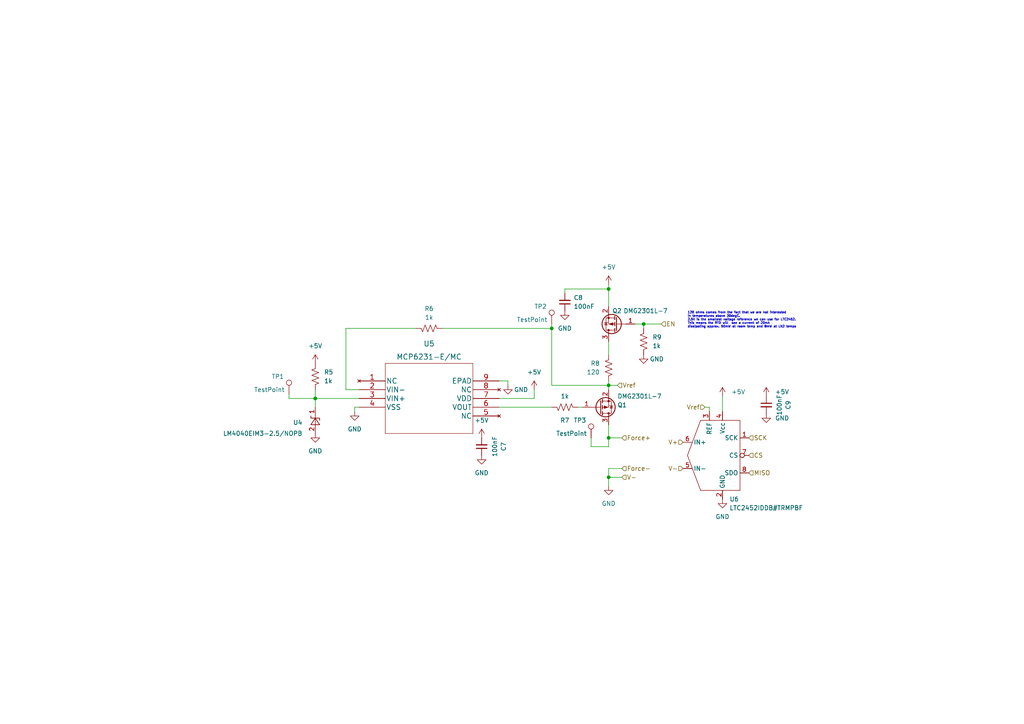
<source format=kicad_sch>
(kicad_sch (version 20211123) (generator eeschema)
  (paper "A4")
  (lib_symbols
    (symbol "2022-06-24_14-51-51:MCP6231-E{slash}MC" (pin_names (offset 0.254))
      (property "Reference" "U" (at 20.32 10.16 0))
      (property "Value" "MCP6231-E{slash}MC" (at 20.32 7.62 0))
      (symbol "MCP6231-E{slash}MC_1_1"
        (polyline (pts (xy 7.62 -15.24) (xy 33.02 -15.24)) (stroke (width 0.127)))
        (polyline (pts (xy 7.62 5.08) (xy 7.62 -15.24)) (stroke (width 0.127)))
        (polyline (pts (xy 33.02 -15.24) (xy 33.02 5.08)) (stroke (width 0.127)))
        (polyline (pts (xy 33.02 5.08) (xy 7.62 5.08)) (stroke (width 0.127)))
        (pin no_connect line (at 0 0 0) (length 7.62) (name "NC") (number "1"))
        (pin input line (at 0 -2.54 0) (length 7.62) (name "VIN-") (number "2"))
        (pin input line (at 0 -5.08 0) (length 7.62) (name "VIN+") (number "3"))
        (pin power_in line (at 0 -7.62 0) (length 7.62) (name "VSS") (number "4"))
        (pin no_connect line (at 40.64 -10.16 180) (length 7.62) (name "NC") (number "5"))
        (pin output line (at 40.64 -7.62 180) (length 7.62) (name "VOUT") (number "6"))
        (pin power_in line (at 40.64 -5.08 180) (length 7.62) (name "VDD") (number "7"))
        (pin no_connect line (at 40.64 -2.54 180) (length 7.62) (name "NC") (number "8"))
        (pin unspecified line (at 40.64 0 180) (length 7.62) (name "EPAD") (number "9"))
      )
    )
    (symbol "BS250_1" (pin_names hide)
      (property "Reference" "Q2" (at 2.54 -3.81 0))
      (property "Value" "DMG2301L-7" (at 12.7 3.81 0))
      (symbol "BS250_1_0_1"
        (polyline (pts (xy 0.254 0) (xy -2.54 0)))
        (polyline (pts (xy 0.254 1.905) (xy 0.254 -1.905)) (stroke (width 0.254)))
        (polyline (pts (xy 0.762 -1.27) (xy 0.762 -2.286)) (stroke (width 0.254)))
        (polyline (pts (xy 0.762 0.508) (xy 0.762 -0.508)) (stroke (width 0.254)))
        (polyline (pts (xy 0.762 2.286) (xy 0.762 1.27)) (stroke (width 0.254)))
        (polyline (pts (xy 2.54 2.54) (xy 2.54 1.778)))
        (polyline (pts (xy 2.54 -2.54) (xy 2.54 0) (xy 0.762 0)))
        (polyline (pts (xy 0.762 1.778) (xy 3.302 1.778) (xy 3.302 -1.778) (xy 0.762 -1.778)))
        (polyline (pts (xy 2.286 0) (xy 1.27 0.381) (xy 1.27 -0.381) (xy 2.286 0)) (fill (type outline)))
        (polyline (pts (xy 2.794 -0.508) (xy 2.921 -0.381) (xy 3.683 -0.381) (xy 3.81 -0.254)))
        (polyline (pts (xy 3.302 -0.381) (xy 2.921 0.254) (xy 3.683 0.254) (xy 3.302 -0.381)))
        (circle (center 1.651 0) (radius 2.794) (stroke (width 0.254)))
        (circle (center 2.54 -1.778) (radius 0.254) (fill (type outline)))
        (circle (center 2.54 1.778) (radius 0.254) (fill (type outline)))
      )
      (symbol "BS250_1_1_1"
        (pin input line (at -5.08 0 0) (length 2.54) (name "G") (number "1"))
        (pin passive line (at 2.54 -5.08 90) (length 2.54) (name "S") (number "2"))
        (pin passive line (at 2.54 5.08 270) (length 2.54) (name "D") (number "3"))
      )
    )
    (symbol "Connector:TestPoint" (pin_numbers hide) (pin_names (offset 0.762) hide)
      (property "Reference" "TP" (at 0 6.858 0))
      (property "Value" "TestPoint" (at 0 5.08 0))
      (symbol "TestPoint_0_1"
        (circle (center 0 3.302) (radius 0.762))
      )
      (symbol "TestPoint_1_1"
        (pin passive line (at 0 0 90) (length 2.54) (name "1") (number "1"))
      )
    )
    (symbol "Device:C_Small" (pin_numbers hide) (pin_names (offset 0.254) hide)
      (property "Reference" "C" (at 0.254 1.778 0))
      (property "Value" "C_Small" (at 0.254 -2.032 0))
      (symbol "C_Small_0_1"
        (polyline (pts (xy -1.524 -0.508) (xy 1.524 -0.508)) (stroke (width 0.3302)))
        (polyline (pts (xy -1.524 0.508) (xy 1.524 0.508)) (stroke (width 0.3048)))
      )
      (symbol "C_Small_1_1"
        (pin passive line (at 0 2.54 270) (length 2.032) (name "~") (number "1"))
        (pin passive line (at 0 -2.54 90) (length 2.032) (name "~") (number "2"))
      )
    )
    (symbol "Device:R_US" (pin_numbers hide) (pin_names (offset 0))
      (property "Reference" "R" (at 2.54 0 90))
      (property "Value" "R_US" (at -2.54 0 90))
      (symbol "R_US_0_1"
        (polyline (pts (xy 0 -2.286) (xy 0 -2.54)))
        (polyline (pts (xy 0 2.286) (xy 0 2.54)))
        (polyline (pts (xy 0 -0.762) (xy 1.016 -1.143) (xy 0 -1.524) (xy -1.016 -1.905) (xy 0 -2.286)))
        (polyline (pts (xy 0 0.762) (xy 1.016 0.381) (xy 0 0) (xy -1.016 -0.381) (xy 0 -0.762)))
        (polyline (pts (xy 0 2.286) (xy 1.016 1.905) (xy 0 1.524) (xy -1.016 1.143) (xy 0 0.762)))
      )
      (symbol "R_US_1_1"
        (pin passive line (at 0 3.81 270) (length 1.27) (name "~") (number "1"))
        (pin passive line (at 0 -3.81 90) (length 1.27) (name "~") (number "2"))
      )
    )
    (symbol "Reference_Voltage:LM4040LP-2.5" (pin_names (offset 0.0254) hide)
      (property "Reference" "U10" (at -6.985 0 0))
      (property "Value" "LM4040EIM3-2.5{slash}NOPB" (at -1.27 -3.81 0))
      (symbol "LM4040LP-2.5_0_1"
        (polyline (pts (xy -1.27 0) (xy 0 0) (xy 1.27 0)))
        (polyline (pts (xy -1.27 -1.27) (xy 0.635 0) (xy -1.27 1.27) (xy -1.27 -1.27)) (stroke (width 0.2032)))
        (polyline (pts (xy 0 -1.27) (xy 0.635 -1.27) (xy 0.635 1.27) (xy 1.27 1.27)) (stroke (width 0.2032)))
      )
      (symbol "LM4040LP-2.5_1_1"
        (pin passive line (at 3.81 0 180) (length 2.54) (name "K") (number "1"))
        (pin passive line (at -3.81 0 0) (length 2.54) (name "A") (number "2"))
      )
    )
    (symbol "SBC_LIBRARY:LTC2452"
      (property "Reference" "U" (at -1.27 11.43 0))
      (property "Value" "LTC2452" (at 0 -11.43 0))
      (symbol "LTC2452_0_1"
        (polyline (pts (xy -3.81 0) (xy 0 10.16) (xy 11.43 10.16) (xy 11.43 -10.16) (xy 0 -10.16) (xy -3.81 0)))
      )
      (symbol "LTC2452_1_1"
        (pin input line (at 13.97 5.08 180) (length 2.54) (name "SCK") (number "1"))
        (pin input line (at 6.35 -12.7 90) (length 2.54) (name "GND") (number "2"))
        (pin input line (at 2.54 12.7 270) (length 2.54) (name "REF") (number "3"))
        (pin input line (at 6.35 12.7 270) (length 2.54) (name "Vcc") (number "4"))
        (pin input line (at -5.08 -3.81 0) (length 2.54) (name "IN-") (number "5"))
        (pin input line (at -5.08 3.81 0) (length 2.54) (name "IN+") (number "6"))
        (pin input inverted (at 13.97 0 180) (length 2.54) (name "CS") (number "7"))
        (pin input line (at 13.97 -5.08 180) (length 2.54) (name "SDO") (number "8"))
      )
    )
    (symbol "power:+5V" (power) (pin_names (offset 0))
      (property "Value" "+5V" (at 0 3.556 0))
      (symbol "+5V_0_1"
        (polyline (pts (xy -0.762 1.27) (xy 0 2.54)))
        (polyline (pts (xy 0 0) (xy 0 2.54)))
        (polyline (pts (xy 0 2.54) (xy 0.762 1.27)))
      )
      (symbol "+5V_1_1"
        (pin power_in line (at 0 0 90) (length 0) hide (name "+5V") (number "1"))
      )
    )
    (symbol "power:GND" (power) (pin_names (offset 0))
      (property "Value" "GND" (at 0 -3.81 0))
      (symbol "GND_0_1"
        (polyline (pts (xy 0 0) (xy 0 -1.27) (xy 1.27 -1.27) (xy 0 -2.54) (xy -1.27 -1.27) (xy 0 -1.27)))
      )
      (symbol "GND_1_1"
        (pin power_in line (at 0 0 270) (length 0) hide (name "GND") (number "1"))
      )
    )
  )
  (junction (at 176.53 111.76))
  (junction (at 91.44 115.57))
  (junction (at 160.02 95.25))
  (junction (at 176.53 127))
  (junction (at 176.53 83.82))
  (junction (at 176.53 138.43))
  (junction (at 186.69 93.98))
  (wire (pts (xy 144.78 118.11) (xy 160.02 118.11)))
  (wire (pts (xy 171.45 129.54) (xy 176.53 129.54)))
  (wire (pts (xy 104.14 113.03) (xy 100.33 113.03)))
  (wire (pts (xy 163.83 83.82) (xy 176.53 83.82)))
  (wire (pts (xy 147.32 110.49) (xy 144.78 110.49)))
  (wire (pts (xy 176.53 111.76) (xy 176.53 113.03)))
  (wire (pts (xy 176.53 127) (xy 176.53 129.54)))
  (wire (pts (xy 186.69 93.98) (xy 186.69 95.25)))
  (wire (pts (xy 163.83 85.09) (xy 163.83 83.82)))
  (wire (pts (xy 176.53 82.55) (xy 176.53 83.82)))
  (wire (pts (xy 160.02 93.98) (xy 160.02 95.25)))
  (wire (pts (xy 154.94 115.57) (xy 144.78 115.57)))
  (wire (pts (xy 160.02 95.25) (xy 160.02 111.76)))
  (wire (pts (xy 176.53 110.49) (xy 176.53 111.76)))
  (wire (pts (xy 120.65 95.25) (xy 100.33 95.25)))
  (wire (pts (xy 176.53 127) (xy 180.34 127)))
  (wire (pts (xy 83.82 115.57) (xy 91.44 115.57)))
  (wire (pts (xy 176.53 135.89) (xy 176.53 138.43)))
  (wire (pts (xy 186.69 93.98) (xy 191.77 93.98)))
  (wire (pts (xy 176.53 83.82) (xy 176.53 88.9)))
  (wire (pts (xy 167.64 118.11) (xy 168.91 118.11)))
  (wire (pts (xy 102.87 118.11) (xy 104.14 118.11)))
  (wire (pts (xy 154.94 113.03) (xy 154.94 115.57)))
  (wire (pts (xy 205.74 118.11) (xy 205.74 119.38)))
  (wire (pts (xy 176.53 123.19) (xy 176.53 127)))
  (wire (pts (xy 91.44 115.57) (xy 104.14 115.57)))
  (wire (pts (xy 176.53 135.89) (xy 180.34 135.89)))
  (wire (pts (xy 91.44 113.03) (xy 91.44 115.57)))
  (wire (pts (xy 83.82 114.3) (xy 83.82 115.57)))
  (wire (pts (xy 102.87 119.38) (xy 102.87 118.11)))
  (wire (pts (xy 209.55 114.935) (xy 209.55 119.38)))
  (wire (pts (xy 184.15 93.98) (xy 186.69 93.98)))
  (wire (pts (xy 160.02 111.76) (xy 176.53 111.76)))
  (wire (pts (xy 176.53 138.43) (xy 176.53 140.97)))
  (wire (pts (xy 176.53 99.06) (xy 176.53 102.87)))
  (wire (pts (xy 147.32 111.76) (xy 147.32 110.49)))
  (wire (pts (xy 171.45 127) (xy 171.45 129.54)))
  (wire (pts (xy 91.44 115.57) (xy 91.44 118.11)))
  (wire (pts (xy 176.53 111.76) (xy 179.07 111.76)))
  (wire (pts (xy 204.47 118.11) (xy 205.74 118.11)))
  (wire (pts (xy 100.33 95.25) (xy 100.33 113.03)))
  (wire (pts (xy 128.27 95.25) (xy 160.02 95.25)))
  (wire (pts (xy 176.53 138.43) (xy 180.34 138.43)))
  (text "120 ohms comes from the fact that we are not interested\nin temperatures above 30degC.\n2.5V is the smallest voltage reference we can use for LTC2452.\nThis means the RTD will  see a current of 20mA\ndissipating approx. 50mW at room temp and 8mW at LN2 temps\n" (at 199.39 95.25 0) (effects (font (size 0.635 0.635)) (justify left bottom)))
  (hierarchical_label "SCK" (shape input) (at 217.17 127 0))
  (hierarchical_label "V-" (shape input) (at 180.34 138.43 0))
  (hierarchical_label "CS" (shape input) (at 217.17 132.08 0))
  (hierarchical_label "V+" (shape input) (at 198.12 128.27 180))
  (hierarchical_label "MISO" (shape input) (at 217.17 137.16 0))
  (hierarchical_label "Vref" (shape input) (at 204.47 118.11 180))
  (hierarchical_label "V-" (shape input) (at 198.12 135.89 180))
  (hierarchical_label "Vref" (shape input) (at 179.07 111.76 0))
  (hierarchical_label "EN" (shape input) (at 191.77 93.98 0))
  (hierarchical_label "Force-" (shape input) (at 180.34 135.89 0))
  (hierarchical_label "Force+" (shape input) (at 180.34 127 0))
  (symbol (lib_id "power:+5V") (at 91.44 105.41 0) (unit 1)
    (property "Reference" "#PWR029" (effects hide))
    (property "Value" "+5V" (at 91.44 100.33 0))
  )
  (symbol (lib_id "power:GND") (at 91.44 125.73 0) (unit 1)
    (property "Reference" "#PWR030" (effects hide))
    (property "Value" "GND" (at 91.44 130.81 0))
  )
  (symbol (lib_id "power:+5V") (at 222.25 114.935 0) (unit 1)
    (property "Reference" "#PWR042" (effects hide))
    (property "Value" "+5V" (at 224.79 113.6649 0) (effects (justify left)))
  )
  (symbol (lib_id "Device:C_Small") (at 163.83 87.63 180) (unit 1)
    (property "Reference" "C8" (at 166.37 86.3535 0) (effects (justify right)))
    (property "Value" "100nF" (at 166.37 88.8935 0) (effects (justify right)))
    (property "Footprint" "Capacitor_SMD:C_0603_1608Metric" (effects hide))
  )
  (symbol (lib_id "power:GND") (at 176.53 140.97 0) (mirror y) (unit 1)
    (property "Reference" "#PWR038" (effects hide))
    (property "Value" "GND" (at 176.53 146.05 0))
  )
  (symbol (lib_name "BS250_1") (lib_id "Transistor_FET:BS250") (at 173.99 118.11 0) (mirror x) (unit 1)
    (property "Reference" "Q1" (at 179.07 117.475 0) (effects (justify left)))
    (property "Value" "DMG2301L-7" (at 179.07 114.935 0) (effects (justify left)))
    (property "Footprint" "Package_TO_SOT_SMD:SOT-23" (effects hide))
    (property "Datasheet" "https://www.diodes.com/assets/Datasheets/DMG2301L.pdf" (effects hide))
  )
  (symbol (lib_id "power:GND") (at 139.7 132.08 0) (unit 1)
    (property "Reference" "#PWR033" (effects hide))
    (property "Value" "GND" (at 139.7 137.16 0))
  )
  (symbol (lib_id "Reference_Voltage:LM4040LP-2.5") (at 91.44 121.92 90) (unit 1)
    (property "Reference" "U4" (at 86.36 122.555 90))
    (property "Value" "LM4040EIM3-2.5{slash}NOPB" (at 76.2 125.73 90))
    (property "Footprint" "Package_TO_SOT_SMD:SOT-23" (effects hide))
    (property "Datasheet" "https://www.ti.com/lit/ds/symlink/lm4040-n.pdf?HQS=dis-dk-null-digikeymode-dsf-pf-null-wwe&ts=1658840043323" (effects hide))
  )
  (symbol (lib_id "power:GND") (at 147.32 111.76 0) (mirror y) (unit 1)
    (property "Reference" "#PWR034" (effects hide))
    (property "Value" "GND" (at 151.13 113.03 0))
  )
  (symbol (lib_id "Device:C_Small") (at 222.25 117.475 0) (unit 1)
    (property "Reference" "C9" (at 228.6 117.4813 90))
    (property "Value" "100nF" (at 226.06 117.4813 90))
    (property "Footprint" "Capacitor_SMD:C_0603_1608Metric" (effects hide))
  )
  (symbol (lib_id "Connector:TestPoint") (at 171.45 127 0) (unit 1)
    (property "Reference" "TP3" (at 166.37 121.92 0) (effects (justify left)))
    (property "Value" "TestPoint" (at 161.29 125.73 0) (effects (justify left)))
    (property "Footprint" "TestPoint:TestPoint_Pad_D1.5mm" (effects hide))
  )
  (symbol (lib_id "Connector:TestPoint") (at 83.82 114.3 0) (unit 1)
    (property "Reference" "TP1" (at 78.74 109.22 0) (effects (justify left)))
    (property "Value" "TestPoint" (at 73.66 113.03 0) (effects (justify left)))
    (property "Footprint" "TestPoint:TestPoint_Pad_D1.5mm" (effects hide))
  )
  (symbol (lib_id "power:GND") (at 186.69 102.87 0) (mirror y) (unit 1)
    (property "Reference" "#PWR039" (effects hide))
    (property "Value" "GND" (at 190.5 104.14 0))
  )
  (symbol (lib_id "Device:R_US") (at 124.46 95.25 270) (mirror x) (unit 1)
    (property "Reference" "R6" (at 124.46 89.535 90))
    (property "Value" "1k" (at 124.46 92.075 90))
    (property "Footprint" "Resistor_SMD:R_0603_1608Metric" (effects hide))
    (property "Datasheet" "https://www.vishay.com/docs/28779/tnpue3.pdf" (effects hide))
    (property "Price" "2.87" (effects hide))
  )
  (symbol (lib_id "power:GND") (at 163.83 90.17 0) (unit 1)
    (property "Reference" "#PWR036" (effects hide))
    (property "Value" "GND" (at 163.83 95.25 0))
  )
  (symbol (lib_name "BS250_1") (lib_id "Transistor_FET:BS250") (at 179.07 93.98 180) (unit 1)
    (property "Reference" "Q2" (at 180.34 90.17 0) (effects (justify left)))
    (property "Value" "DMG2301L-7" (at 193.675 90.17 0) (effects (justify left)))
    (property "Footprint" "Package_TO_SOT_SMD:SOT-23" (effects hide))
    (property "Datasheet" "https://www.diodes.com/assets/Datasheets/DMG2301L.pdf" (effects hide))
  )
  (symbol (lib_id "Connector:TestPoint") (at 160.02 93.98 0) (unit 1)
    (property "Reference" "TP2" (at 154.94 88.9 0) (effects (justify left)))
    (property "Value" "TestPoint" (at 149.86 92.71 0) (effects (justify left)))
    (property "Footprint" "TestPoint:TestPoint_Pad_D1.5mm" (effects hide))
  )
  (symbol (lib_id "Device:R_US") (at 186.69 99.06 0) (mirror y) (unit 1)
    (property "Reference" "R9" (at 189.23 97.7899 0) (effects (justify right)))
    (property "Value" "1k" (at 189.23 100.3299 0) (effects (justify right)))
    (property "Footprint" "Resistor_SMD:R_0603_1608Metric" (effects hide))
    (property "Datasheet" "https://www.vishay.com/docs/28779/tnpue3.pdf" (effects hide))
    (property "Price" "2.87" (effects hide))
  )
  (symbol (lib_id "2022-06-24_14-51-51:MCP6231-E{slash}MC") (at 104.14 110.49 0) (unit 1)
    (property "Reference" "U5" (at 124.46 99.695 0) (effects (font (size 1.524 1.524))))
    (property "Value" "MCP6231-E{slash}MC" (at 124.46 103.505 0) (effects (font (size 1.524 1.524))))
    (property "Footprint" "Package_DFN_QFN:DFN-8-1EP_3x2mm_P0.5mm_EP1.75x1.45mm" (effects hide))
    (property "Datasheet" "https://ww1.microchip.com/downloads/en/DeviceDoc/20001881G%20MCP6231-20%20uA%20300%20kHz%20Rail-to-Rail%20Op%20Amp.pdf" (effects hide))
  )
  (symbol (lib_id "power:+5V") (at 209.55 114.935 0) (unit 1)
    (property "Reference" "#PWR040" (effects hide))
    (property "Value" "+5V" (at 212.09 113.6649 0) (effects (justify left)))
  )
  (symbol (lib_id "Device:R_US") (at 163.83 118.11 270) (mirror x) (unit 1)
    (property "Reference" "R7" (at 163.83 121.92 90))
    (property "Value" "1k" (at 163.83 114.935 90))
    (property "Footprint" "Resistor_SMD:R_0603_1608Metric" (effects hide))
    (property "Datasheet" "https://www.vishay.com/docs/28779/tnpue3.pdf" (effects hide))
    (property "Price" "2.87" (effects hide))
  )
  (symbol (lib_id "Device:R_US") (at 91.44 109.22 0) (mirror y) (unit 1)
    (property "Reference" "R5" (at 93.98 107.9499 0) (effects (justify right)))
    (property "Value" "1k" (at 93.98 110.4899 0) (effects (justify right)))
    (property "Footprint" "Resistor_SMD:R_0603_1608Metric" (effects hide))
    (property "Datasheet" "https://www.vishay.com/docs/28779/tnpue3.pdf" (effects hide))
    (property "Price" "2.87" (effects hide))
  )
  (symbol (lib_id "Device:R_US") (at 176.53 106.68 0) (mirror y) (unit 1)
    (property "Reference" "R8" (at 173.99 105.4099 0) (effects (justify left)))
    (property "Value" "120" (at 173.99 107.9499 0) (effects (justify left)))
    (property "Footprint" "Resistor_SMD:R_0603_1608Metric" (effects hide))
    (property "Datasheet" "https://www.vishay.com/docs/28779/tnpue3.pdf" (effects hide))
    (property "PN" "TNPU0603120RAYEN0" (effects hide))
  )
  (symbol (lib_id "power:+5V") (at 176.53 82.55 0) (unit 1)
    (property "Reference" "#PWR037" (effects hide))
    (property "Value" "+5V" (at 176.53 77.47 0))
  )
  (symbol (lib_id "power:+5V") (at 139.7 127 0) (unit 1)
    (property "Reference" "#PWR032" (effects hide))
    (property "Value" "+5V" (at 139.7 121.92 0))
  )
  (symbol (lib_id "power:+5V") (at 154.94 113.03 0) (unit 1)
    (property "Reference" "#PWR035" (effects hide))
    (property "Value" "+5V" (at 154.94 107.95 0))
  )
  (symbol (lib_id "power:GND") (at 102.87 119.38 0) (mirror y) (unit 1)
    (property "Reference" "#PWR031" (effects hide))
    (property "Value" "GND" (at 102.87 124.46 0))
  )
  (symbol (lib_id "power:GND") (at 209.55 144.78 0) (unit 1)
    (property "Reference" "#PWR041" (effects hide))
    (property "Value" "GND" (at 209.55 149.86 0))
  )
  (symbol (lib_id "Device:C_Small") (at 139.7 129.54 180) (unit 1)
    (property "Reference" "C7" (at 146.05 129.5336 90))
    (property "Value" "100nF" (at 143.51 129.5336 90))
    (property "Footprint" "Capacitor_SMD:C_0603_1608Metric" (effects hide))
  )
  (symbol (lib_id "SBC_LIBRARY:LTC2452") (at 203.2 132.08 0) (unit 1)
    (property "Reference" "U6" (at 211.5694 144.78 0) (effects (justify left)))
    (property "Value" "LTC2452IDDB#TRMPBF" (at 211.5694 147.32 0) (effects (justify left)))
    (property "Footprint" "Package_DFN_QFN:DFN-8-1EP_2x3mm_P0.5mm_EP0.56x2.15mm" (effects hide))
    (property "Datasheet" "https://www.analog.com/media/en/technical-documentation/data-sheets/2452fd.pdf" (effects hide))
    (property "Price" "6.73" (effects hide))
  )
  (symbol (lib_id "power:GND") (at 222.25 120.015 0) (unit 1)
    (property "Reference" "#PWR043" (effects hide))
    (property "Value" "GND" (at 224.79 121.2849 0) (effects (justify left)))
  )
)
</source>
